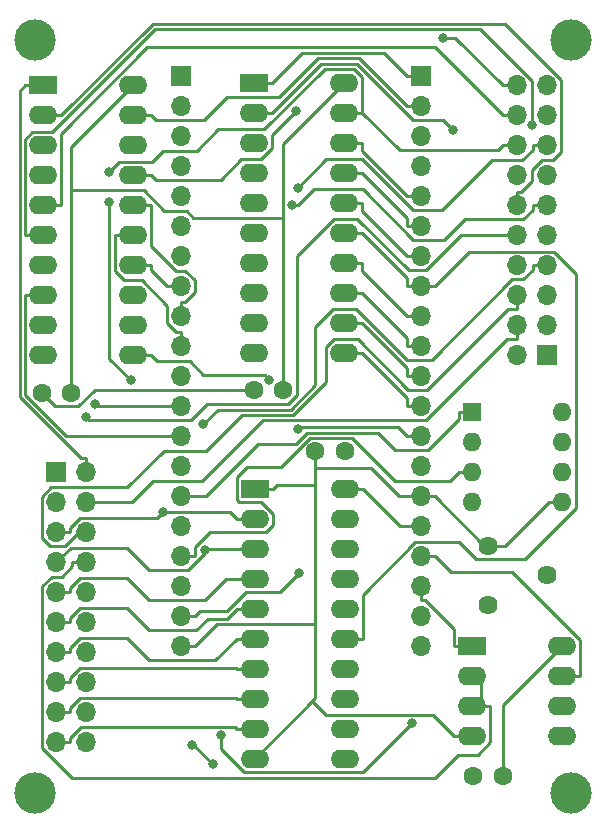
<source format=gbr>
%TF.GenerationSoftware,KiCad,Pcbnew,7.0.1*%
%TF.CreationDate,2023-07-01T13:19:20-07:00*%
%TF.ProjectId,tn_vdp_v3_board,746e5f76-6470-45f7-9633-5f626f617264,rev?*%
%TF.SameCoordinates,Original*%
%TF.FileFunction,Copper,L2,Bot*%
%TF.FilePolarity,Positive*%
%FSLAX46Y46*%
G04 Gerber Fmt 4.6, Leading zero omitted, Abs format (unit mm)*
G04 Created by KiCad (PCBNEW 7.0.1) date 2023-07-01 13:19:20*
%MOMM*%
%LPD*%
G01*
G04 APERTURE LIST*
%TA.AperFunction,ComponentPad*%
%ADD10R,2.400000X1.600000*%
%TD*%
%TA.AperFunction,ComponentPad*%
%ADD11O,2.400000X1.600000*%
%TD*%
%TA.AperFunction,ComponentPad*%
%ADD12R,1.700000X1.700000*%
%TD*%
%TA.AperFunction,ComponentPad*%
%ADD13O,1.700000X1.700000*%
%TD*%
%TA.AperFunction,ComponentPad*%
%ADD14C,1.600000*%
%TD*%
%TA.AperFunction,ComponentPad*%
%ADD15C,3.500000*%
%TD*%
%TA.AperFunction,ComponentPad*%
%ADD16C,1.620000*%
%TD*%
%TA.AperFunction,ComponentPad*%
%ADD17R,1.600000X1.600000*%
%TD*%
%TA.AperFunction,ComponentPad*%
%ADD18O,1.600000X1.600000*%
%TD*%
%TA.AperFunction,ViaPad*%
%ADD19C,0.800000*%
%TD*%
%TA.AperFunction,Conductor*%
%ADD20C,0.250000*%
%TD*%
G04 APERTURE END LIST*
D10*
%TO.P,U3,1,DIR*%
%TO.N,VCC*%
X138337000Y-50800000D03*
D11*
%TO.P,U3,2,A0*%
%TO.N,~{RESET}*%
X138337000Y-53340000D03*
%TO.P,U3,3,A1*%
%TO.N,~{INT_3V3}*%
X138337000Y-55880000D03*
%TO.P,U3,4,A2*%
%TO.N,~{CSW}*%
X138337000Y-58420000D03*
%TO.P,U3,5,A3*%
%TO.N,~{CSR}*%
X138337000Y-60960000D03*
%TO.P,U3,6,A4*%
%TO.N,MODE*%
X138337000Y-63500000D03*
%TO.P,U3,7,A5*%
%TO.N,CPUCLK_3V3*%
X138337000Y-66040000D03*
%TO.P,U3,8,A6*%
%TO.N,GROMCLK_3V3*%
X138337000Y-68580000D03*
%TO.P,U3,9,A7*%
%TO.N,MODE1*%
X138337000Y-71120000D03*
%TO.P,U3,10,GND*%
%TO.N,GND*%
X138337000Y-73660000D03*
%TO.P,U3,11,B7*%
%TO.N,MODE1_3V3*%
X145957000Y-73660000D03*
%TO.P,U3,12,B6*%
%TO.N,GROMCLK*%
X145957000Y-71120000D03*
%TO.P,U3,13,B5*%
%TO.N,CPUCLK*%
X145957000Y-68580000D03*
%TO.P,U3,14,B4*%
%TO.N,MODE_3V3*%
X145957000Y-66040000D03*
%TO.P,U3,15,B3*%
%TO.N,~{CSR_3V3}*%
X145957000Y-63500000D03*
%TO.P,U3,16,B2*%
%TO.N,~{CSW_3V3}*%
X145957000Y-60960000D03*
%TO.P,U3,17,B1*%
%TO.N,~{INT}*%
X145957000Y-58420000D03*
%TO.P,U3,18,B0*%
%TO.N,~{RESET_3V3}*%
X145957000Y-55880000D03*
%TO.P,U3,19,~{0E}*%
%TO.N,GND*%
X145957000Y-53340000D03*
%TO.P,U3,20,VCC*%
%TO.N,VCC_3V3*%
X145957000Y-50800000D03*
%TD*%
D12*
%TO.P,J2,1,Pin_1*%
%TO.N,GND*%
X181000000Y-73660000D03*
D13*
%TO.P,J2,2,Pin_2*%
%TO.N,VCC*%
X178460000Y-73660000D03*
%TO.P,J2,3,Pin_3*%
%TO.N,GND*%
X181000000Y-71120000D03*
%TO.P,J2,4,Pin_4*%
%TO.N,CPUCLK*%
X178460000Y-71120000D03*
%TO.P,J2,5,Pin_5*%
%TO.N,CD0*%
X181000000Y-68580000D03*
%TO.P,J2,6,Pin_6*%
%TO.N,GROMCLK*%
X178460000Y-68580000D03*
%TO.P,J2,7,Pin_7*%
%TO.N,CD1*%
X181000000Y-66040000D03*
%TO.P,J2,8,Pin_8*%
%TO.N,AUDIO*%
X178460000Y-66040000D03*
%TO.P,J2,9,Pin_9*%
%TO.N,CD2*%
X181000000Y-63500000D03*
%TO.P,J2,10,Pin_10*%
%TO.N,MODE1*%
X178460000Y-63500000D03*
%TO.P,J2,11,Pin_11*%
%TO.N,CD3*%
X181000000Y-60960000D03*
%TO.P,J2,12,Pin_12*%
%TO.N,~{RESET}*%
X178460000Y-60960000D03*
%TO.P,J2,13,Pin_13*%
%TO.N,CD4*%
X181000000Y-58420000D03*
%TO.P,J2,14,Pin_14*%
%TO.N,MODE*%
X178460000Y-58420000D03*
%TO.P,J2,15,Pin_15*%
%TO.N,CD5*%
X181000000Y-55880000D03*
%TO.P,J2,16,Pin_16*%
%TO.N,~{CSW}*%
X178460000Y-55880000D03*
%TO.P,J2,17,Pin_17*%
%TO.N,CD6*%
X181000000Y-53340000D03*
%TO.P,J2,18,Pin_18*%
%TO.N,~{CSR}*%
X178460000Y-53340000D03*
%TO.P,J2,19,Pin_19*%
%TO.N,CD7*%
X181000000Y-50800000D03*
%TO.P,J2,20,Pin_20*%
%TO.N,~{INT}*%
X178460000Y-50800000D03*
%TD*%
D12*
%TO.P,J3,1,Pin_1*%
%TO.N,unconnected-(J3-Pin_1-Pad1)*%
X150000000Y-50000000D03*
D13*
%TO.P,J3,2,Pin_2*%
%TO.N,unconnected-(J3-Pin_2-Pad2)*%
X150000000Y-52540000D03*
%TO.P,J3,3,Pin_3*%
%TO.N,unconnected-(J3-Pin_3-Pad3)*%
X150000000Y-55080000D03*
%TO.P,J3,4,Pin_4*%
%TO.N,unconnected-(J3-Pin_4-Pad4)*%
X150000000Y-57620000D03*
%TO.P,J3,5,Pin_5*%
%TO.N,unconnected-(J3-Pin_5-Pad5)*%
X150000000Y-60160000D03*
%TO.P,J3,6,Pin_6*%
%TO.N,unconnected-(J3-Pin_6-Pad6)*%
X150000000Y-62700000D03*
%TO.P,J3,7,Pin_7*%
%TO.N,unconnected-(J3-Pin_7-Pad7)*%
X150000000Y-65240000D03*
%TO.P,J3,8,Pin_8*%
%TO.N,MODE_3V3*%
X150000000Y-67780000D03*
%TO.P,J3,9,Pin_9*%
%TO.N,~{CSW_3V3}*%
X150000000Y-70320000D03*
%TO.P,J3,10,Pin_10*%
%TO.N,~{CSR_3V3}*%
X150000000Y-72860000D03*
%TO.P,J3,11,Pin_11*%
%TO.N,~{INT_3V3}*%
X150000000Y-75400000D03*
%TO.P,J3,12,Pin_12*%
%TO.N,CPUCLK_3V3*%
X150000000Y-77940000D03*
%TO.P,J3,13,Pin_13*%
%TO.N,GROMCLK_3V3*%
X150000000Y-80480000D03*
%TO.P,J3,14,Pin_14*%
%TO.N,~{RESET_3V3}*%
X150000000Y-83020000D03*
%TO.P,J3,15,Pin_15*%
%TO.N,USR1_1V8*%
X150000000Y-85560000D03*
%TO.P,J3,16,Pin_16*%
%TO.N,USR2_1V8*%
X150000000Y-88100000D03*
%TO.P,J3,17,Pin_17*%
%TO.N,USR3_1V8*%
X150000000Y-90640000D03*
%TO.P,J3,18,Pin_18*%
%TO.N,USR4_1V8*%
X150000000Y-93180000D03*
%TO.P,J3,19,Pin_19*%
%TO.N,VCC_3V3*%
X150000000Y-95720000D03*
%TO.P,J3,20,Pin_20*%
%TO.N,GND*%
X150000000Y-98260000D03*
%TD*%
D14*
%TO.P,C2,1*%
%TO.N,VCC_3V3*%
X158663000Y-76578000D03*
%TO.P,C2,2*%
%TO.N,GND*%
X156163000Y-76578000D03*
%TD*%
D15*
%TO.P,H1,1*%
%TO.N,N/C*%
X137668000Y-46990000D03*
%TD*%
D14*
%TO.P,C4,1*%
%TO.N,VREF*%
X177250000Y-109250000D03*
%TO.P,C4,2*%
%TO.N,GND*%
X174750000Y-109250000D03*
%TD*%
D12*
%TO.P,J6,1,Pin_1*%
%TO.N,VCC*%
X170320000Y-50000000D03*
D13*
%TO.P,J6,2,Pin_2*%
%TO.N,GND*%
X170320000Y-52540000D03*
%TO.P,J6,3,Pin_3*%
%TO.N,unconnected-(J6-Pin_3-Pad3)*%
X170320000Y-55080000D03*
%TO.P,J6,4,Pin_4*%
%TO.N,unconnected-(J6-Pin_4-Pad4)*%
X170320000Y-57620000D03*
%TO.P,J6,5,Pin_5*%
%TO.N,CD0_3V3*%
X170320000Y-60160000D03*
%TO.P,J6,6,Pin_6*%
%TO.N,CD1_3V3*%
X170320000Y-62700000D03*
%TO.P,J6,7,Pin_7*%
%TO.N,CD2_3V3*%
X170320000Y-65240000D03*
%TO.P,J6,8,Pin_8*%
%TO.N,CD3_3V3*%
X170320000Y-67780000D03*
%TO.P,J6,9,Pin_9*%
%TO.N,CD4_3V3*%
X170320000Y-70320000D03*
%TO.P,J6,10,Pin_10*%
%TO.N,CD5_3V3*%
X170320000Y-72860000D03*
%TO.P,J6,11,Pin_11*%
%TO.N,CD6_3V3*%
X170320000Y-75400000D03*
%TO.P,J6,12,Pin_12*%
%TO.N,CD7_3V3*%
X170320000Y-77940000D03*
%TO.P,J6,13,Pin_13*%
%TO.N,MODE1_3V3*%
X170320000Y-80480000D03*
%TO.P,J6,14,Pin_14*%
%TO.N,unconnected-(J6-Pin_14-Pad14)*%
X170320000Y-83020000D03*
%TO.P,J6,15,Pin_15*%
%TO.N,GND*%
X170320000Y-85560000D03*
%TO.P,J6,16,Pin_16*%
%TO.N,VCC_3V3*%
X170320000Y-88100000D03*
%TO.P,J6,17,Pin_17*%
%TO.N,ADC_CLK*%
X170320000Y-90640000D03*
%TO.P,J6,18,Pin_18*%
%TO.N,ADC_CS*%
X170320000Y-93180000D03*
%TO.P,J6,19,Pin_19*%
%TO.N,ADC_MISO*%
X170320000Y-95720000D03*
%TO.P,J6,20,Pin_20*%
%TO.N,ADC_MOSI*%
X170320000Y-98260000D03*
%TD*%
D14*
%TO.P,C1,1*%
%TO.N,VCC_3V3*%
X140750000Y-76835000D03*
%TO.P,C1,2*%
%TO.N,GND*%
X138250000Y-76835000D03*
%TD*%
D10*
%TO.P,U4,1,~{CS}/SHDN*%
%TO.N,ADC_CS*%
X174675000Y-98250000D03*
D11*
%TO.P,U4,2,CH0*%
%TO.N,AUDIO*%
X174675000Y-100790000D03*
%TO.P,U4,3,CH1*%
X174675000Y-103330000D03*
%TO.P,U4,4,VSS*%
%TO.N,GND*%
X174675000Y-105870000D03*
%TO.P,U4,5,DIN*%
%TO.N,ADC_MOSI*%
X182295000Y-105870000D03*
%TO.P,U4,6,DOUT*%
%TO.N,ADC_MISO*%
X182295000Y-103330000D03*
%TO.P,U4,7,CLK*%
%TO.N,ADC_CLK*%
X182295000Y-100790000D03*
%TO.P,U4,8,VDD/VREF*%
%TO.N,VREF*%
X182295000Y-98250000D03*
%TD*%
D14*
%TO.P,C3,1*%
%TO.N,VCC_3V3*%
X163870000Y-81785000D03*
%TO.P,C3,2*%
%TO.N,GND*%
X161370000Y-81785000D03*
%TD*%
D16*
%TO.P,RV1,1,1*%
%TO.N,VCC*%
X176000000Y-94750000D03*
%TO.P,RV1,2,2*%
%TO.N,VREF*%
X181000000Y-92250000D03*
%TO.P,RV1,3,3*%
%TO.N,GND*%
X176000000Y-89750000D03*
%TD*%
D15*
%TO.P,H3,1*%
%TO.N,N/C*%
X137668000Y-110744000D03*
%TD*%
%TO.P,H4,1*%
%TO.N,N/C*%
X183000000Y-110744000D03*
%TD*%
D17*
%TO.P,J4,1,Pin_1*%
%TO.N,USR1_1V8*%
X174675000Y-78450000D03*
D18*
%TO.P,J4,2,Pin_2*%
%TO.N,USR2_1V8*%
X174675000Y-80990000D03*
%TO.P,J4,3,Pin_3*%
%TO.N,USR3_1V8*%
X174675000Y-83530000D03*
%TO.P,J4,4,Pin_4*%
%TO.N,USR4_1V8*%
X174675000Y-86070000D03*
%TO.P,J4,5,Pin_5*%
%TO.N,GND*%
X182295000Y-86070000D03*
%TO.P,J4,6,Pin_6*%
X182295000Y-83530000D03*
%TO.P,J4,7,Pin_7*%
X182295000Y-80990000D03*
%TO.P,J4,8,Pin_8*%
X182295000Y-78450000D03*
%TD*%
D10*
%TO.P,U2,1,DIR*%
%TO.N,VCC*%
X156209200Y-50573400D03*
D11*
%TO.P,U2,2,A0*%
%TO.N,CD0*%
X156209200Y-53113400D03*
%TO.P,U2,3,A1*%
%TO.N,CD1*%
X156209200Y-55653400D03*
%TO.P,U2,4,A2*%
%TO.N,CD2*%
X156209200Y-58193400D03*
%TO.P,U2,5,A3*%
%TO.N,CD3*%
X156209200Y-60733400D03*
%TO.P,U2,6,A4*%
%TO.N,CD4*%
X156209200Y-63273400D03*
%TO.P,U2,7,A5*%
%TO.N,CD5*%
X156209200Y-65813400D03*
%TO.P,U2,8,A6*%
%TO.N,CD6*%
X156209200Y-68353400D03*
%TO.P,U2,9,A7*%
%TO.N,CD7*%
X156209200Y-70893400D03*
%TO.P,U2,10,GND*%
%TO.N,GND*%
X156209200Y-73433400D03*
%TO.P,U2,11,B7*%
%TO.N,CD7_3V3*%
X163829200Y-73433400D03*
%TO.P,U2,12,B6*%
%TO.N,CD6_3V3*%
X163829200Y-70893400D03*
%TO.P,U2,13,B5*%
%TO.N,CD5_3V3*%
X163829200Y-68353400D03*
%TO.P,U2,14,B4*%
%TO.N,CD4_3V3*%
X163829200Y-65813400D03*
%TO.P,U2,15,B3*%
%TO.N,CD3_3V3*%
X163829200Y-63273400D03*
%TO.P,U2,16,B2*%
%TO.N,CD2_3V3*%
X163829200Y-60733400D03*
%TO.P,U2,17,B1*%
%TO.N,CD1_3V3*%
X163829200Y-58193400D03*
%TO.P,U2,18,B0*%
%TO.N,CD0_3V3*%
X163829200Y-55653400D03*
%TO.P,U2,19,~{0E}*%
%TO.N,~{CSW}*%
X163829200Y-53113400D03*
%TO.P,U2,20,VCC*%
%TO.N,VCC_3V3*%
X163829200Y-50573400D03*
%TD*%
D15*
%TO.P,H2,1*%
%TO.N,N/C*%
X183000000Y-46990000D03*
%TD*%
D10*
%TO.P,U1,1,DIR*%
%TO.N,GND*%
X156250000Y-84960000D03*
D11*
%TO.P,U1,2,A0*%
%TO.N,CD0*%
X156250000Y-87500000D03*
%TO.P,U1,3,A1*%
%TO.N,CD1*%
X156250000Y-90040000D03*
%TO.P,U1,4,A2*%
%TO.N,CD2*%
X156250000Y-92580000D03*
%TO.P,U1,5,A3*%
%TO.N,CD3*%
X156250000Y-95120000D03*
%TO.P,U1,6,A4*%
%TO.N,CD4*%
X156250000Y-97660000D03*
%TO.P,U1,7,A5*%
%TO.N,CD5*%
X156250000Y-100200000D03*
%TO.P,U1,8,A6*%
%TO.N,CD6*%
X156250000Y-102740000D03*
%TO.P,U1,9,A7*%
%TO.N,CD7*%
X156250000Y-105280000D03*
%TO.P,U1,10,GND*%
%TO.N,GND*%
X156250000Y-107820000D03*
%TO.P,U1,11,B7*%
%TO.N,CD7_3V3*%
X163870000Y-107820000D03*
%TO.P,U1,12,B6*%
%TO.N,CD6_3V3*%
X163870000Y-105280000D03*
%TO.P,U1,13,B5*%
%TO.N,CD5_3V3*%
X163870000Y-102740000D03*
%TO.P,U1,14,B4*%
%TO.N,CD4_3V3*%
X163870000Y-100200000D03*
%TO.P,U1,15,B3*%
%TO.N,CD3_3V3*%
X163870000Y-97660000D03*
%TO.P,U1,16,B2*%
%TO.N,CD2_3V3*%
X163870000Y-95120000D03*
%TO.P,U1,17,B1*%
%TO.N,CD1_3V3*%
X163870000Y-92580000D03*
%TO.P,U1,18,B0*%
%TO.N,CD0_3V3*%
X163870000Y-90040000D03*
%TO.P,U1,19,~{0E}*%
%TO.N,~{CSR}*%
X163870000Y-87500000D03*
%TO.P,U1,20,VCC*%
%TO.N,VCC_3V3*%
X163870000Y-84960000D03*
%TD*%
D12*
%TO.P,J1,1,Pin_1*%
%TO.N,GND*%
X139460000Y-83540000D03*
D13*
%TO.P,J1,2,Pin_2*%
%TO.N,VCC*%
X142000000Y-83540000D03*
%TO.P,J1,3,Pin_3*%
%TO.N,GND*%
X139460000Y-86080000D03*
%TO.P,J1,4,Pin_4*%
%TO.N,CPUCLK*%
X142000000Y-86080000D03*
%TO.P,J1,5,Pin_5*%
%TO.N,CD0*%
X139460000Y-88620000D03*
%TO.P,J1,6,Pin_6*%
%TO.N,GROMCLK*%
X142000000Y-88620000D03*
%TO.P,J1,7,Pin_7*%
%TO.N,CD1*%
X139460000Y-91160000D03*
%TO.P,J1,8,Pin_8*%
%TO.N,AUDIO*%
X142000000Y-91160000D03*
%TO.P,J1,9,Pin_9*%
%TO.N,CD2*%
X139460000Y-93700000D03*
%TO.P,J1,10,Pin_10*%
%TO.N,MODE1*%
X142000000Y-93700000D03*
%TO.P,J1,11,Pin_11*%
%TO.N,CD3*%
X139460000Y-96240000D03*
%TO.P,J1,12,Pin_12*%
%TO.N,~{RESET}*%
X142000000Y-96240000D03*
%TO.P,J1,13,Pin_13*%
%TO.N,CD4*%
X139460000Y-98780000D03*
%TO.P,J1,14,Pin_14*%
%TO.N,MODE*%
X142000000Y-98780000D03*
%TO.P,J1,15,Pin_15*%
%TO.N,CD5*%
X139460000Y-101320000D03*
%TO.P,J1,16,Pin_16*%
%TO.N,~{CSW}*%
X142000000Y-101320000D03*
%TO.P,J1,17,Pin_17*%
%TO.N,CD6*%
X139460000Y-103860000D03*
%TO.P,J1,18,Pin_18*%
%TO.N,~{CSR}*%
X142000000Y-103860000D03*
%TO.P,J1,19,Pin_19*%
%TO.N,CD7*%
X139460000Y-106400000D03*
%TO.P,J1,20,Pin_20*%
%TO.N,~{INT}*%
X142000000Y-106400000D03*
%TD*%
D19*
%TO.N,CD0*%
X173070400Y-54580800D03*
X148524600Y-86906800D03*
%TO.N,CD1*%
X152023500Y-90121800D03*
X151923900Y-79491900D03*
%TO.N,CD3*%
X159389500Y-60925600D03*
%TO.N,CD5*%
X159886600Y-59509700D03*
%TO.N,~{INT}*%
X159739200Y-52990700D03*
X172195300Y-46754400D03*
%TO.N,~{CSW}*%
X145765500Y-75770500D03*
X143959200Y-60632100D03*
X143959200Y-58122500D03*
%TO.N,MODE*%
X179730000Y-54137500D03*
%TO.N,CPUCLK_3V3*%
X142765900Y-77800400D03*
%TO.N,MODE1_3V3*%
X159942700Y-79883200D03*
X157500900Y-75696700D03*
%TO.N,MODE1*%
X141951800Y-78847400D03*
%TO.N,USR4_1V8*%
X169560100Y-104785000D03*
X153408600Y-105834700D03*
%TO.N,USR2_1V8*%
X152698700Y-108270400D03*
X150918500Y-106632500D03*
%TO.N,VCC_3V3*%
X160028600Y-92092600D03*
%TD*%
D20*
%TO.N,CPUCLK*%
X178460000Y-71120000D02*
X178460000Y-72295100D01*
X177637800Y-72295100D02*
X178460000Y-72295100D01*
X170774900Y-79158000D02*
X177637800Y-72295100D01*
X156943900Y-79158000D02*
X170774900Y-79158000D01*
X151811900Y-84290000D02*
X156943900Y-79158000D01*
X147638000Y-84290000D02*
X151811900Y-84290000D01*
X145848000Y-86080000D02*
X147638000Y-84290000D01*
X142000000Y-86080000D02*
X145848000Y-86080000D01*
%TO.N,GROMCLK*%
X177667600Y-69755100D02*
X178460000Y-69755100D01*
X170847100Y-76575600D02*
X177667600Y-69755100D01*
X169258200Y-76575600D02*
X170847100Y-76575600D01*
X164989800Y-72307200D02*
X169258200Y-76575600D01*
X162938900Y-72307200D02*
X164989800Y-72307200D01*
X162304100Y-72942000D02*
X162938900Y-72307200D01*
X162304100Y-75890000D02*
X162304100Y-72942000D01*
X159486300Y-78707800D02*
X162304100Y-75890000D01*
X155152400Y-78707800D02*
X159486300Y-78707800D01*
X152143300Y-81716900D02*
X155152400Y-78707800D01*
X148565200Y-81716900D02*
X152143300Y-81716900D01*
X145472100Y-84810000D02*
X148565200Y-81716900D01*
X139052500Y-84810000D02*
X145472100Y-84810000D01*
X138231100Y-85631400D02*
X139052500Y-84810000D01*
X138231100Y-89077000D02*
X138231100Y-85631400D01*
X138959300Y-89805200D02*
X138231100Y-89077000D01*
X140178100Y-89805200D02*
X138959300Y-89805200D01*
X141363300Y-88620000D02*
X140178100Y-89805200D01*
X142000000Y-88620000D02*
X141363300Y-88620000D01*
X178460000Y-68580000D02*
X178460000Y-69755100D01*
%TO.N,~{RESET}*%
X178825200Y-59784900D02*
X178460000Y-59784900D01*
X179762400Y-58847700D02*
X178825200Y-59784900D01*
X179762400Y-57972900D02*
X179762400Y-58847700D01*
X180585300Y-57150000D02*
X179762400Y-57972900D01*
X181479700Y-57150000D02*
X180585300Y-57150000D01*
X182187400Y-56442300D02*
X181479700Y-57150000D01*
X182187400Y-50305200D02*
X182187400Y-56442300D01*
X177448600Y-45566400D02*
X182187400Y-50305200D01*
X147635700Y-45566400D02*
X177448600Y-45566400D01*
X139862100Y-53340000D02*
X147635700Y-45566400D01*
X138337000Y-53340000D02*
X139862100Y-53340000D01*
X178460000Y-60960000D02*
X178460000Y-59784900D01*
%TO.N,CD0*%
X139460000Y-88620000D02*
X140635100Y-88620000D01*
X156250000Y-87500000D02*
X154724900Y-87500000D01*
X147986500Y-87444900D02*
X148524600Y-86906800D01*
X141442900Y-87444900D02*
X147986500Y-87444900D01*
X140635100Y-88252700D02*
X141442900Y-87444900D01*
X140635100Y-88620000D02*
X140635100Y-88252700D01*
X154131700Y-86906800D02*
X154724900Y-87500000D01*
X148524600Y-86906800D02*
X154131700Y-86906800D01*
X172204800Y-53715200D02*
X173070400Y-54580800D01*
X169683300Y-53715200D02*
X172204800Y-53715200D01*
X164921800Y-48953700D02*
X169683300Y-53715200D01*
X161894000Y-48953700D02*
X164921800Y-48953700D01*
X157734300Y-53113400D02*
X161894000Y-48953700D01*
X156209200Y-53113400D02*
X157734300Y-53113400D01*
%TO.N,CD1*%
X152094800Y-90361700D02*
X152094800Y-90193100D01*
X150640800Y-91815700D02*
X152094800Y-90361700D01*
X147300900Y-91815700D02*
X150640800Y-91815700D01*
X145430100Y-89944900D02*
X147300900Y-91815700D01*
X140675100Y-89944900D02*
X145430100Y-89944900D01*
X139460000Y-91160000D02*
X140675100Y-89944900D01*
X152247900Y-90040000D02*
X156250000Y-90040000D01*
X152094800Y-90193100D02*
X152247900Y-90040000D01*
X152094800Y-90193100D02*
X152023500Y-90121800D01*
X181000000Y-66040000D02*
X179824900Y-66040000D01*
X179824900Y-66407300D02*
X179824900Y-66040000D01*
X179017100Y-67215100D02*
X179824900Y-66407300D01*
X178085000Y-67215100D02*
X179017100Y-67215100D01*
X171234700Y-74065400D02*
X178085000Y-67215100D01*
X169163000Y-74065400D02*
X171234700Y-74065400D01*
X164861700Y-69764100D02*
X169163000Y-74065400D01*
X162922200Y-69764100D02*
X164861700Y-69764100D01*
X161403900Y-71282400D02*
X162922200Y-69764100D01*
X161403900Y-76153500D02*
X161403900Y-71282400D01*
X159299700Y-78257700D02*
X161403900Y-76153500D01*
X153158100Y-78257700D02*
X159299700Y-78257700D01*
X151923900Y-79491900D02*
X153158100Y-78257700D01*
%TO.N,CD2*%
X153854900Y-92580000D02*
X156250000Y-92580000D01*
X152045500Y-94389400D02*
X153854900Y-92580000D01*
X147334600Y-94389400D02*
X152045500Y-94389400D01*
X145454500Y-92509300D02*
X147334600Y-94389400D01*
X141458600Y-92509300D02*
X145454500Y-92509300D01*
X140635100Y-93332800D02*
X141458600Y-92509300D01*
X140635100Y-93700000D02*
X140635100Y-93332800D01*
X139460000Y-93700000D02*
X140635100Y-93700000D01*
%TO.N,CD3*%
X153905100Y-95939800D02*
X154724900Y-95120000D01*
X152294200Y-95939800D02*
X153905100Y-95939800D01*
X151320700Y-96913300D02*
X152294200Y-95939800D01*
X147318500Y-96913300D02*
X151320700Y-96913300D01*
X145430100Y-95024900D02*
X147318500Y-96913300D01*
X141483000Y-95024900D02*
X145430100Y-95024900D01*
X140635100Y-95872800D02*
X141483000Y-95024900D01*
X140635100Y-96240000D02*
X140635100Y-95872800D01*
X139460000Y-96240000D02*
X140635100Y-96240000D01*
X156250000Y-95120000D02*
X154724900Y-95120000D01*
X159962300Y-60925600D02*
X159389500Y-60925600D01*
X161290400Y-59597500D02*
X159962300Y-60925600D01*
X165403300Y-59597500D02*
X161290400Y-59597500D01*
X169691500Y-63885700D02*
X165403300Y-59597500D01*
X172289600Y-63885700D02*
X169691500Y-63885700D01*
X174040200Y-62135100D02*
X172289600Y-63885700D01*
X179017100Y-62135100D02*
X174040200Y-62135100D01*
X179824900Y-61327300D02*
X179017100Y-62135100D01*
X179824900Y-60960000D02*
X179824900Y-61327300D01*
X181000000Y-60960000D02*
X179824900Y-60960000D01*
%TO.N,CD4*%
X152936700Y-99448200D02*
X154724900Y-97660000D01*
X147313400Y-99448200D02*
X152936700Y-99448200D01*
X145430100Y-97564900D02*
X147313400Y-99448200D01*
X141483000Y-97564900D02*
X145430100Y-97564900D01*
X140635100Y-98412800D02*
X141483000Y-97564900D01*
X140635100Y-98780000D02*
X140635100Y-98412800D01*
X139460000Y-98780000D02*
X140635100Y-98780000D01*
X156250000Y-97660000D02*
X154724900Y-97660000D01*
%TO.N,CD5*%
X154654300Y-100129400D02*
X154724900Y-100200000D01*
X141458500Y-100129400D02*
X154654300Y-100129400D01*
X140635100Y-100952800D02*
X141458500Y-100129400D01*
X140635100Y-101320000D02*
X140635100Y-100952800D01*
X139460000Y-101320000D02*
X140635100Y-101320000D01*
X156250000Y-100200000D02*
X154724900Y-100200000D01*
X181000000Y-55880000D02*
X179824900Y-55880000D01*
X162328100Y-57068200D02*
X159886600Y-59509700D01*
X165354500Y-57068200D02*
X162328100Y-57068200D01*
X169654400Y-61368100D02*
X165354500Y-57068200D01*
X172131500Y-61368100D02*
X169654400Y-61368100D01*
X176349600Y-57150000D02*
X172131500Y-61368100D01*
X178920100Y-57150000D02*
X176349600Y-57150000D01*
X179824900Y-56245200D02*
X178920100Y-57150000D01*
X179824900Y-55880000D02*
X179824900Y-56245200D01*
%TO.N,CD6*%
X154649900Y-102665000D02*
X154724900Y-102740000D01*
X141462900Y-102665000D02*
X154649900Y-102665000D01*
X140635100Y-103492800D02*
X141462900Y-102665000D01*
X140635100Y-103860000D02*
X140635100Y-103492800D01*
X139460000Y-103860000D02*
X140635100Y-103860000D01*
X156250000Y-102740000D02*
X154724900Y-102740000D01*
%TO.N,CD7*%
X139460000Y-106400000D02*
X140635100Y-106400000D01*
X156250000Y-105280000D02*
X154724900Y-105280000D01*
X140635100Y-106032800D02*
X140635100Y-106400000D01*
X141558300Y-105109600D02*
X140635100Y-106032800D01*
X154554500Y-105109600D02*
X141558300Y-105109600D01*
X154724900Y-105280000D02*
X154554500Y-105109600D01*
%TO.N,~{INT}*%
X157758900Y-54971000D02*
X159739200Y-52990700D01*
X157758900Y-56095000D02*
X157758900Y-54971000D01*
X156785700Y-57068200D02*
X157758900Y-56095000D01*
X155134400Y-57068200D02*
X156785700Y-57068200D01*
X153371400Y-58831200D02*
X155134400Y-57068200D01*
X147893300Y-58831200D02*
X153371400Y-58831200D01*
X147482100Y-58420000D02*
X147893300Y-58831200D01*
X178460000Y-50800000D02*
X177284900Y-50800000D01*
X145957000Y-58420000D02*
X147482100Y-58420000D01*
X173239300Y-46754400D02*
X172195300Y-46754400D01*
X177284900Y-50800000D02*
X173239300Y-46754400D01*
%TO.N,~{CSR}*%
X178460000Y-53340000D02*
X177284900Y-53340000D01*
X138337000Y-60960000D02*
X139862100Y-60960000D01*
X139862100Y-54895000D02*
X139862100Y-60960000D01*
X147178100Y-47579000D02*
X139862100Y-54895000D01*
X171523900Y-47579000D02*
X147178100Y-47579000D01*
X177284900Y-53340000D02*
X171523900Y-47579000D01*
%TO.N,~{CSW}*%
X143959200Y-73964200D02*
X143959200Y-60632100D01*
X145765500Y-75770500D02*
X143959200Y-73964200D01*
X165354300Y-50095900D02*
X165354300Y-53113400D01*
X164662300Y-49403900D02*
X165354300Y-50095900D01*
X162190500Y-49403900D02*
X164662300Y-49403900D01*
X157066200Y-54528200D02*
X162190500Y-49403900D01*
X153193200Y-54528200D02*
X157066200Y-54528200D01*
X151371400Y-56350000D02*
X153193200Y-54528200D01*
X148474400Y-56350000D02*
X151371400Y-56350000D01*
X147529600Y-57294800D02*
X148474400Y-56350000D01*
X144786900Y-57294800D02*
X147529600Y-57294800D01*
X143959200Y-58122500D02*
X144786900Y-57294800D01*
X163829200Y-53113400D02*
X165354300Y-53113400D01*
X168532100Y-56291200D02*
X165354300Y-53113400D01*
X176873700Y-56291200D02*
X168532100Y-56291200D01*
X177284900Y-55880000D02*
X176873700Y-56291200D01*
X178460000Y-55880000D02*
X177284900Y-55880000D01*
%TO.N,MODE*%
X138337000Y-63500000D02*
X136811900Y-63500000D01*
X179730000Y-50399800D02*
X179730000Y-54137500D01*
X175346900Y-46016700D02*
X179730000Y-50399800D01*
X147822100Y-46016700D02*
X175346900Y-46016700D01*
X139084000Y-54754800D02*
X147822100Y-46016700D01*
X137441000Y-54754800D02*
X139084000Y-54754800D01*
X136811900Y-55383900D02*
X137441000Y-54754800D01*
X136811900Y-63500000D02*
X136811900Y-55383900D01*
%TO.N,ADC_CS*%
X170685200Y-94355100D02*
X170320000Y-94355100D01*
X173149900Y-96819800D02*
X170685200Y-94355100D01*
X173149900Y-98250000D02*
X173149900Y-96819800D01*
X174675000Y-98250000D02*
X173149900Y-98250000D01*
X170320000Y-93180000D02*
X170320000Y-94355100D01*
%TO.N,ADC_CLK*%
X172859900Y-92004800D02*
X171495100Y-90640000D01*
X178043400Y-92004800D02*
X172859900Y-92004800D01*
X183820100Y-97781500D02*
X178043400Y-92004800D01*
X183820100Y-100790000D02*
X183820100Y-97781500D01*
X182295000Y-100790000D02*
X183820100Y-100790000D01*
X170320000Y-90640000D02*
X171495100Y-90640000D01*
%TO.N,CD7_3V3*%
X169144900Y-77224000D02*
X165354300Y-73433400D01*
X169144900Y-77940000D02*
X169144900Y-77224000D01*
X163829200Y-73433400D02*
X165354300Y-73433400D01*
X170320000Y-77940000D02*
X169144900Y-77940000D01*
%TO.N,CD6_3V3*%
X169144900Y-74684000D02*
X169144900Y-75400000D01*
X165354300Y-70893400D02*
X169144900Y-74684000D01*
X163829200Y-70893400D02*
X165354300Y-70893400D01*
X170320000Y-75400000D02*
X169144900Y-75400000D01*
%TO.N,CD5_3V3*%
X169144900Y-72144000D02*
X165354300Y-68353400D01*
X169144900Y-72860000D02*
X169144900Y-72144000D01*
X163829200Y-68353400D02*
X165354300Y-68353400D01*
X170320000Y-72860000D02*
X169144900Y-72860000D01*
%TO.N,CD4_3V3*%
X165354300Y-66529400D02*
X165354300Y-65813400D01*
X169144900Y-70320000D02*
X165354300Y-66529400D01*
X170320000Y-70320000D02*
X169144900Y-70320000D01*
X163829200Y-65813400D02*
X165354300Y-65813400D01*
%TO.N,CD3_3V3*%
X163870000Y-97660000D02*
X165395100Y-97660000D01*
X174417300Y-64857800D02*
X171495100Y-67780000D01*
X181560300Y-64857800D02*
X174417300Y-64857800D01*
X183425900Y-66723400D02*
X181560300Y-64857800D01*
X183425900Y-86601600D02*
X183425900Y-66723400D01*
X179125600Y-90901900D02*
X183425900Y-86601600D01*
X175030200Y-90901900D02*
X179125600Y-90901900D01*
X173554800Y-89426500D02*
X175030200Y-90901900D01*
X169871500Y-89426500D02*
X173554800Y-89426500D01*
X165395100Y-93902900D02*
X169871500Y-89426500D01*
X165395100Y-97660000D02*
X165395100Y-93902900D01*
X169144900Y-67064000D02*
X165354300Y-63273400D01*
X169144900Y-67780000D02*
X169144900Y-67064000D01*
X163829200Y-63273400D02*
X165354300Y-63273400D01*
X170320000Y-67780000D02*
X169144900Y-67780000D01*
X170320000Y-67780000D02*
X171495100Y-67780000D01*
%TO.N,CD2_3V3*%
X165354300Y-61449400D02*
X165354300Y-60733400D01*
X169144900Y-65240000D02*
X165354300Y-61449400D01*
X170320000Y-65240000D02*
X169144900Y-65240000D01*
X163829200Y-60733400D02*
X165354300Y-60733400D01*
%TO.N,CD1_3V3*%
X169144900Y-61984000D02*
X165354300Y-58193400D01*
X169144900Y-62700000D02*
X169144900Y-61984000D01*
X163829200Y-58193400D02*
X165354300Y-58193400D01*
X170320000Y-62700000D02*
X169144900Y-62700000D01*
%TO.N,CD0_3V3*%
X165354300Y-56369400D02*
X165354300Y-55653400D01*
X169144900Y-60160000D02*
X165354300Y-56369400D01*
X170320000Y-60160000D02*
X169144900Y-60160000D01*
X163829200Y-55653400D02*
X165354300Y-55653400D01*
%TO.N,GROMCLK_3V3*%
X150000000Y-80480000D02*
X148824900Y-80480000D01*
X138337000Y-68580000D02*
X136811900Y-68580000D01*
X140264800Y-80480000D02*
X148824900Y-80480000D01*
X136811900Y-77027100D02*
X140264800Y-80480000D01*
X136811900Y-68580000D02*
X136811900Y-77027100D01*
%TO.N,CPUCLK_3V3*%
X142905500Y-77940000D02*
X142765900Y-77800400D01*
X150000000Y-77940000D02*
X142905500Y-77940000D01*
%TO.N,~{CSR_3V3}*%
X144431900Y-66525400D02*
X144431900Y-63500000D01*
X145216500Y-67310000D02*
X144431900Y-66525400D01*
X146683300Y-67310000D02*
X145216500Y-67310000D01*
X148824900Y-69451600D02*
X146683300Y-67310000D01*
X148824900Y-70877100D02*
X148824900Y-69451600D01*
X149632700Y-71684900D02*
X148824900Y-70877100D01*
X150000000Y-71684900D02*
X149632700Y-71684900D01*
X150000000Y-72860000D02*
X150000000Y-71684900D01*
X145957000Y-63500000D02*
X144431900Y-63500000D01*
%TO.N,~{CSW_3V3}*%
X145957000Y-60960000D02*
X147482100Y-60960000D01*
X150000000Y-70320000D02*
X150000000Y-69144900D01*
X147482100Y-64386200D02*
X147482100Y-60960000D01*
X149564300Y-66468400D02*
X147482100Y-64386200D01*
X150359200Y-66468400D02*
X149564300Y-66468400D01*
X151181900Y-67291100D02*
X150359200Y-66468400D01*
X151181900Y-68328200D02*
X151181900Y-67291100D01*
X150365200Y-69144900D02*
X151181900Y-68328200D01*
X150000000Y-69144900D02*
X150365200Y-69144900D01*
%TO.N,MODE_3V3*%
X147482100Y-66437200D02*
X147482100Y-66040000D01*
X148824900Y-67780000D02*
X147482100Y-66437200D01*
X150000000Y-67780000D02*
X148824900Y-67780000D01*
X145957000Y-66040000D02*
X147482100Y-66040000D01*
%TO.N,VCC*%
X170320000Y-50000000D02*
X169144900Y-50000000D01*
X156209200Y-50573400D02*
X157734300Y-50573400D01*
X141513000Y-82364900D02*
X142000000Y-82364900D01*
X136353000Y-77204900D02*
X141513000Y-82364900D01*
X136353000Y-51258900D02*
X136353000Y-77204900D01*
X136811900Y-50800000D02*
X136353000Y-51258900D01*
X138337000Y-50800000D02*
X136811900Y-50800000D01*
X142000000Y-83540000D02*
X142000000Y-82364900D01*
X160278600Y-48029100D02*
X157734300Y-50573400D01*
X167174000Y-48029100D02*
X160278600Y-48029100D01*
X169144900Y-50000000D02*
X167174000Y-48029100D01*
%TO.N,MODE1_3V3*%
X157112400Y-75308200D02*
X157500900Y-75696700D01*
X151924800Y-75308200D02*
X157112400Y-75308200D01*
X150743000Y-74126400D02*
X151924800Y-75308200D01*
X147948500Y-74126400D02*
X150743000Y-74126400D01*
X147482100Y-73660000D02*
X147948500Y-74126400D01*
X170320000Y-80480000D02*
X169144900Y-80480000D01*
X145957000Y-73660000D02*
X147482100Y-73660000D01*
X160079300Y-79746600D02*
X159942700Y-79883200D01*
X168411500Y-79746600D02*
X160079300Y-79746600D01*
X169144900Y-80480000D02*
X168411500Y-79746600D01*
%TO.N,MODE1*%
X173759300Y-63500000D02*
X178460000Y-63500000D01*
X170806100Y-66453200D02*
X173759300Y-63500000D01*
X169295800Y-66453200D02*
X170806100Y-66453200D01*
X164964200Y-62121600D02*
X169295800Y-66453200D01*
X162977400Y-62121600D02*
X164964200Y-62121600D01*
X159874300Y-65224700D02*
X162977400Y-62121600D01*
X159874300Y-76975300D02*
X159874300Y-65224700D01*
X159042100Y-77807500D02*
X159874300Y-76975300D01*
X152188600Y-77807500D02*
X159042100Y-77807500D01*
X150876800Y-79119300D02*
X152188600Y-77807500D01*
X142223700Y-79119300D02*
X150876800Y-79119300D01*
X141951800Y-78847400D02*
X142223700Y-79119300D01*
%TO.N,USR4_1V8*%
X153408600Y-106996200D02*
X153408600Y-105834700D01*
X155357600Y-108945200D02*
X153408600Y-106996200D01*
X165399900Y-108945200D02*
X155357600Y-108945200D01*
X169560100Y-104785000D02*
X165399900Y-108945200D01*
%TO.N,USR3_1V8*%
X174675000Y-83530000D02*
X173549900Y-83530000D01*
X150000000Y-90640000D02*
X151175100Y-90640000D01*
X151175100Y-89913400D02*
X151175100Y-90640000D01*
X152463300Y-88625200D02*
X151175100Y-89913400D01*
X157196200Y-88625200D02*
X152463300Y-88625200D01*
X157803800Y-88017600D02*
X157196200Y-88625200D01*
X157803800Y-87058700D02*
X157803800Y-88017600D01*
X156830300Y-86085200D02*
X157803800Y-87058700D01*
X154915500Y-86085200D02*
X156830300Y-86085200D01*
X154724800Y-85894500D02*
X154915500Y-86085200D01*
X154724800Y-83959200D02*
X154724800Y-85894500D01*
X155588700Y-83095300D02*
X154724800Y-83959200D01*
X158458400Y-83095300D02*
X155588700Y-83095300D01*
X160906700Y-80647000D02*
X158458400Y-83095300D01*
X164520600Y-80647000D02*
X160906700Y-80647000D01*
X168163600Y-84290000D02*
X164520600Y-80647000D01*
X172789900Y-84290000D02*
X168163600Y-84290000D01*
X173549900Y-83530000D02*
X172789900Y-84290000D01*
%TO.N,USR2_1V8*%
X151060800Y-106632500D02*
X150918500Y-106632500D01*
X152698700Y-108270400D02*
X151060800Y-106632500D01*
%TO.N,USR1_1V8*%
X152166300Y-85560000D02*
X150000000Y-85560000D01*
X156545300Y-81181000D02*
X152166300Y-85560000D01*
X159736000Y-81181000D02*
X156545300Y-81181000D01*
X160720200Y-80196800D02*
X159736000Y-81181000D01*
X166691300Y-80196800D02*
X160720200Y-80196800D01*
X168160300Y-81665800D02*
X166691300Y-80196800D01*
X170896600Y-81665800D02*
X168160300Y-81665800D01*
X173549900Y-79012500D02*
X170896600Y-81665800D01*
X173549900Y-78450000D02*
X173549900Y-79012500D01*
X174675000Y-78450000D02*
X173549900Y-78450000D01*
%TO.N,AUDIO*%
X142000000Y-91160000D02*
X140824900Y-91160000D01*
X176200100Y-106394500D02*
X176200100Y-103330000D01*
X175149300Y-107445300D02*
X176200100Y-106394500D01*
X173508800Y-107445300D02*
X175149300Y-107445300D01*
X171531800Y-109422300D02*
X173508800Y-107445300D01*
X140791900Y-109422300D02*
X171531800Y-109422300D01*
X138282200Y-106912600D02*
X140791900Y-109422300D01*
X138282200Y-93211100D02*
X138282200Y-106912600D01*
X139063300Y-92430000D02*
X138282200Y-93211100D01*
X139920100Y-92430000D02*
X139063300Y-92430000D01*
X140824900Y-91525200D02*
X139920100Y-92430000D01*
X140824900Y-91160000D02*
X140824900Y-91525200D01*
X175437600Y-103330000D02*
X175437600Y-100790000D01*
X174675000Y-100790000D02*
X175437600Y-100790000D01*
X174675000Y-103330000D02*
X175437600Y-103330000D01*
X175437600Y-103330000D02*
X176200100Y-103330000D01*
%TO.N,GND*%
X174675000Y-105870000D02*
X173149900Y-105870000D01*
X182295000Y-86070000D02*
X181169900Y-86070000D01*
X175685100Y-89750000D02*
X176000000Y-89750000D01*
X171495100Y-85560000D02*
X175685100Y-89750000D01*
X153045100Y-96390000D02*
X161370000Y-96390000D01*
X151175100Y-98260000D02*
X153045100Y-96390000D01*
X150000000Y-98260000D02*
X151175100Y-98260000D01*
X170907600Y-85560000D02*
X171495100Y-85560000D01*
X170907600Y-85560000D02*
X170320000Y-85560000D01*
X170320000Y-85560000D02*
X169144900Y-85560000D01*
X168508300Y-85560000D02*
X169144900Y-85560000D01*
X166120800Y-83172500D02*
X168508300Y-85560000D01*
X161370000Y-83172500D02*
X166120800Y-83172500D01*
X177489900Y-89750000D02*
X176000000Y-89750000D01*
X181169900Y-86070000D02*
X177489900Y-89750000D01*
X162268900Y-104059900D02*
X161139500Y-102930500D01*
X171339800Y-104059900D02*
X162268900Y-104059900D01*
X173149900Y-105870000D02*
X171339800Y-104059900D01*
X139376700Y-77961700D02*
X138250000Y-76835000D01*
X141316800Y-77961700D02*
X139376700Y-77961700D01*
X142700500Y-76578000D02*
X141316800Y-77961700D01*
X156163000Y-76578000D02*
X142700500Y-76578000D01*
X158144900Y-84590200D02*
X157775100Y-84960000D01*
X161370000Y-84590200D02*
X158144900Y-84590200D01*
X156250000Y-84960000D02*
X157775100Y-84960000D01*
X147893300Y-53751200D02*
X147482100Y-53340000D01*
X151939100Y-53751200D02*
X147893300Y-53751200D01*
X153875100Y-51815200D02*
X151939100Y-53751200D01*
X158282700Y-51815200D02*
X153875100Y-51815200D01*
X161618600Y-48479300D02*
X158282700Y-51815200D01*
X165084200Y-48479300D02*
X161618600Y-48479300D01*
X169144900Y-52540000D02*
X165084200Y-48479300D01*
X170320000Y-52540000D02*
X169144900Y-52540000D01*
X145957000Y-53340000D02*
X147482100Y-53340000D01*
%TO.N,VCC_3V3*%
X168535100Y-88100000D02*
X170320000Y-88100000D01*
X165395100Y-84960000D02*
X168535100Y-88100000D01*
X163870000Y-84960000D02*
X165395100Y-84960000D01*
X150000000Y-95720000D02*
X151175100Y-95720000D01*
X158416000Y-93705200D02*
X160028600Y-92092600D01*
X155503000Y-93705200D02*
X158416000Y-93705200D01*
X153938100Y-95270100D02*
X155503000Y-93705200D01*
X151625000Y-95270100D02*
X153938100Y-95270100D01*
X151175100Y-95720000D02*
X151625000Y-95270100D01*
X163009200Y-51393400D02*
X163829200Y-50573400D01*
X163009000Y-51393400D02*
X163009200Y-51393400D01*
X151076300Y-62003400D02*
X158663000Y-62003400D01*
X150502900Y-61430000D02*
X151076300Y-62003400D01*
X148591100Y-61430000D02*
X150502900Y-61430000D01*
X146851100Y-59690000D02*
X148591100Y-61430000D01*
X140750000Y-59690000D02*
X146851100Y-59690000D01*
X140750000Y-76835000D02*
X140750000Y-56007000D01*
X158663000Y-76578000D02*
X158663000Y-55739600D01*
X158663000Y-55739600D02*
X163829200Y-50573400D01*
X140750000Y-56007000D02*
X145957000Y-50800000D01*
%TO.N,GND*%
X161370000Y-81785000D02*
X161370000Y-102700000D01*
X161370000Y-102700000D02*
X156250000Y-107820000D01*
%TO.N,VREF*%
X177250000Y-103295000D02*
X182295000Y-98250000D01*
X177250000Y-109250000D02*
X177250000Y-103295000D01*
%TD*%
M02*

</source>
